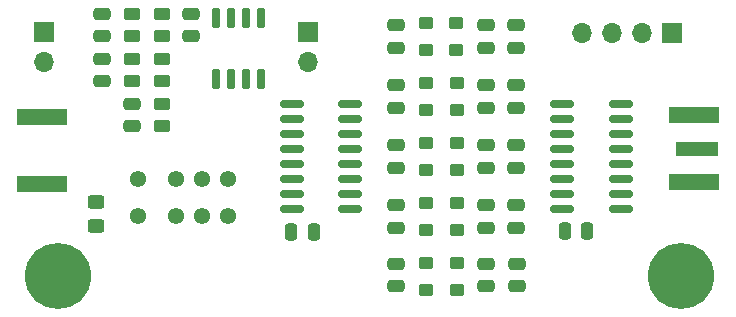
<source format=gbr>
G04 #@! TF.GenerationSoftware,KiCad,Pcbnew,8.0.5*
G04 #@! TF.CreationDate,2025-06-10T11:51:36+02:00*
G04 #@! TF.ProjectId,SDR_PreAmp_Filter,5344525f-5072-4654-916d-705f46696c74,rev?*
G04 #@! TF.SameCoordinates,Original*
G04 #@! TF.FileFunction,Soldermask,Top*
G04 #@! TF.FilePolarity,Negative*
%FSLAX46Y46*%
G04 Gerber Fmt 4.6, Leading zero omitted, Abs format (unit mm)*
G04 Created by KiCad (PCBNEW 8.0.5) date 2025-06-10 11:51:36*
%MOMM*%
%LPD*%
G01*
G04 APERTURE LIST*
G04 Aperture macros list*
%AMRoundRect*
0 Rectangle with rounded corners*
0 $1 Rounding radius*
0 $2 $3 $4 $5 $6 $7 $8 $9 X,Y pos of 4 corners*
0 Add a 4 corners polygon primitive as box body*
4,1,4,$2,$3,$4,$5,$6,$7,$8,$9,$2,$3,0*
0 Add four circle primitives for the rounded corners*
1,1,$1+$1,$2,$3*
1,1,$1+$1,$4,$5*
1,1,$1+$1,$6,$7*
1,1,$1+$1,$8,$9*
0 Add four rect primitives between the rounded corners*
20,1,$1+$1,$2,$3,$4,$5,0*
20,1,$1+$1,$4,$5,$6,$7,0*
20,1,$1+$1,$6,$7,$8,$9,0*
20,1,$1+$1,$8,$9,$2,$3,0*%
G04 Aperture macros list end*
%ADD10RoundRect,0.250000X-0.450000X0.262500X-0.450000X-0.262500X0.450000X-0.262500X0.450000X0.262500X0*%
%ADD11RoundRect,0.250000X0.475000X-0.250000X0.475000X0.250000X-0.475000X0.250000X-0.475000X-0.250000X0*%
%ADD12RoundRect,0.250000X0.350000X-0.275000X0.350000X0.275000X-0.350000X0.275000X-0.350000X-0.275000X0*%
%ADD13C,5.600000*%
%ADD14RoundRect,0.250000X-0.350000X0.275000X-0.350000X-0.275000X0.350000X-0.275000X0.350000X0.275000X0*%
%ADD15RoundRect,0.250000X0.450000X-0.325000X0.450000X0.325000X-0.450000X0.325000X-0.450000X-0.325000X0*%
%ADD16R,1.700000X1.700000*%
%ADD17O,1.700000X1.700000*%
%ADD18RoundRect,0.250000X-0.475000X0.250000X-0.475000X-0.250000X0.475000X-0.250000X0.475000X0.250000X0*%
%ADD19C,1.381000*%
%ADD20RoundRect,0.150000X0.150000X-0.725000X0.150000X0.725000X-0.150000X0.725000X-0.150000X-0.725000X0*%
%ADD21RoundRect,0.250000X0.450000X-0.262500X0.450000X0.262500X-0.450000X0.262500X-0.450000X-0.262500X0*%
%ADD22RoundRect,0.150000X0.825000X0.150000X-0.825000X0.150000X-0.825000X-0.150000X0.825000X-0.150000X0*%
%ADD23R,3.600000X1.270000*%
%ADD24R,4.200000X1.350000*%
%ADD25RoundRect,0.250000X-0.250000X-0.475000X0.250000X-0.475000X0.250000X0.475000X-0.250000X0.475000X0*%
G04 APERTURE END LIST*
D10*
X102108000Y-125137500D03*
X102108000Y-126962500D03*
D11*
X129600000Y-140550000D03*
X129600000Y-138650000D03*
X121920000Y-130490000D03*
X121920000Y-128590000D03*
D12*
X124460000Y-135770000D03*
X124460000Y-133470000D03*
D13*
X146050000Y-139700000D03*
D11*
X121920000Y-120330000D03*
X121920000Y-118430000D03*
X132080000Y-135570000D03*
X132080000Y-133670000D03*
D14*
X127065000Y-123310000D03*
X127065000Y-125610000D03*
D11*
X132080000Y-120330000D03*
X132080000Y-118430000D03*
D15*
X96500000Y-135450000D03*
X96500000Y-133400000D03*
D14*
X127065000Y-133470000D03*
X127065000Y-135770000D03*
D16*
X145330000Y-119075000D03*
D17*
X142790000Y-119075000D03*
X140250000Y-119075000D03*
X137710000Y-119075000D03*
D18*
X99568000Y-125100000D03*
X99568000Y-127000000D03*
D19*
X100076000Y-134620000D03*
X103276000Y-134620000D03*
X105476000Y-134620000D03*
X107676000Y-134620000D03*
X107676000Y-131420000D03*
X105476000Y-131420000D03*
X103276000Y-131420000D03*
X100076000Y-131420000D03*
D12*
X124460000Y-120530000D03*
X124460000Y-118230000D03*
D13*
X93345000Y-139700000D03*
D20*
X106730800Y-122980600D03*
X108000800Y-122980600D03*
X109270800Y-122980600D03*
X110540800Y-122980600D03*
X110540800Y-117830600D03*
X109270800Y-117830600D03*
X108000800Y-117830600D03*
X106730800Y-117830600D03*
D14*
X127100000Y-138550000D03*
X127100000Y-140850000D03*
D21*
X99568000Y-119342500D03*
X99568000Y-117517500D03*
D22*
X118045000Y-133985000D03*
X118045000Y-132715000D03*
X118045000Y-131445000D03*
X118045000Y-130175000D03*
X118045000Y-128905000D03*
X118045000Y-127635000D03*
X118045000Y-126365000D03*
X118045000Y-125095000D03*
X113095000Y-125095000D03*
X113095000Y-126365000D03*
X113095000Y-127635000D03*
X113095000Y-128905000D03*
X113095000Y-130175000D03*
X113095000Y-131445000D03*
X113095000Y-132715000D03*
X113095000Y-133985000D03*
D11*
X132200000Y-140550000D03*
X132200000Y-138650000D03*
X121920000Y-135570000D03*
X121920000Y-133670000D03*
D12*
X124500000Y-140850000D03*
X124500000Y-138550000D03*
D11*
X129540000Y-125410000D03*
X129540000Y-123510000D03*
D18*
X97028000Y-121290000D03*
X97028000Y-123190000D03*
D11*
X97012800Y-119390200D03*
X97012800Y-117490200D03*
D12*
X124460000Y-130690000D03*
X124460000Y-128390000D03*
D16*
X92175000Y-118975000D03*
D17*
X92175000Y-121515000D03*
D11*
X132080000Y-130490000D03*
X132080000Y-128590000D03*
X129540000Y-130490000D03*
X129540000Y-128590000D03*
X121900000Y-140550000D03*
X121900000Y-138650000D03*
D22*
X140950000Y-133985000D03*
X140950000Y-132715000D03*
X140950000Y-131445000D03*
X140950000Y-130175000D03*
X140950000Y-128905000D03*
X140950000Y-127635000D03*
X140950000Y-126365000D03*
X140950000Y-125095000D03*
X136000000Y-125095000D03*
X136000000Y-126365000D03*
X136000000Y-127635000D03*
X136000000Y-128905000D03*
X136000000Y-130175000D03*
X136000000Y-131445000D03*
X136000000Y-132715000D03*
X136000000Y-133985000D03*
D14*
X127000000Y-118230000D03*
X127000000Y-120530000D03*
X127065000Y-128390000D03*
X127065000Y-130690000D03*
D23*
X147393000Y-128874000D03*
D24*
X147193000Y-131699000D03*
X147193000Y-126049000D03*
D11*
X129540000Y-135570000D03*
X129540000Y-133670000D03*
D25*
X136210000Y-135890000D03*
X138110000Y-135890000D03*
D11*
X121920000Y-125410000D03*
X121920000Y-123510000D03*
D12*
X124460000Y-125610000D03*
X124460000Y-123310000D03*
D10*
X99568000Y-121327500D03*
X99568000Y-123152500D03*
D25*
X113080800Y-135940800D03*
X114980800Y-135940800D03*
D11*
X129540000Y-120330000D03*
X129540000Y-118430000D03*
X132080000Y-125410000D03*
X132080000Y-123510000D03*
D21*
X102108000Y-123152500D03*
X102108000Y-121327500D03*
D11*
X104546400Y-119380000D03*
X104546400Y-117480000D03*
D16*
X114526000Y-119024400D03*
D17*
X114526000Y-121564400D03*
D10*
X102108000Y-117517500D03*
X102108000Y-119342500D03*
D24*
X91998800Y-131882400D03*
X91998800Y-126232400D03*
M02*

</source>
